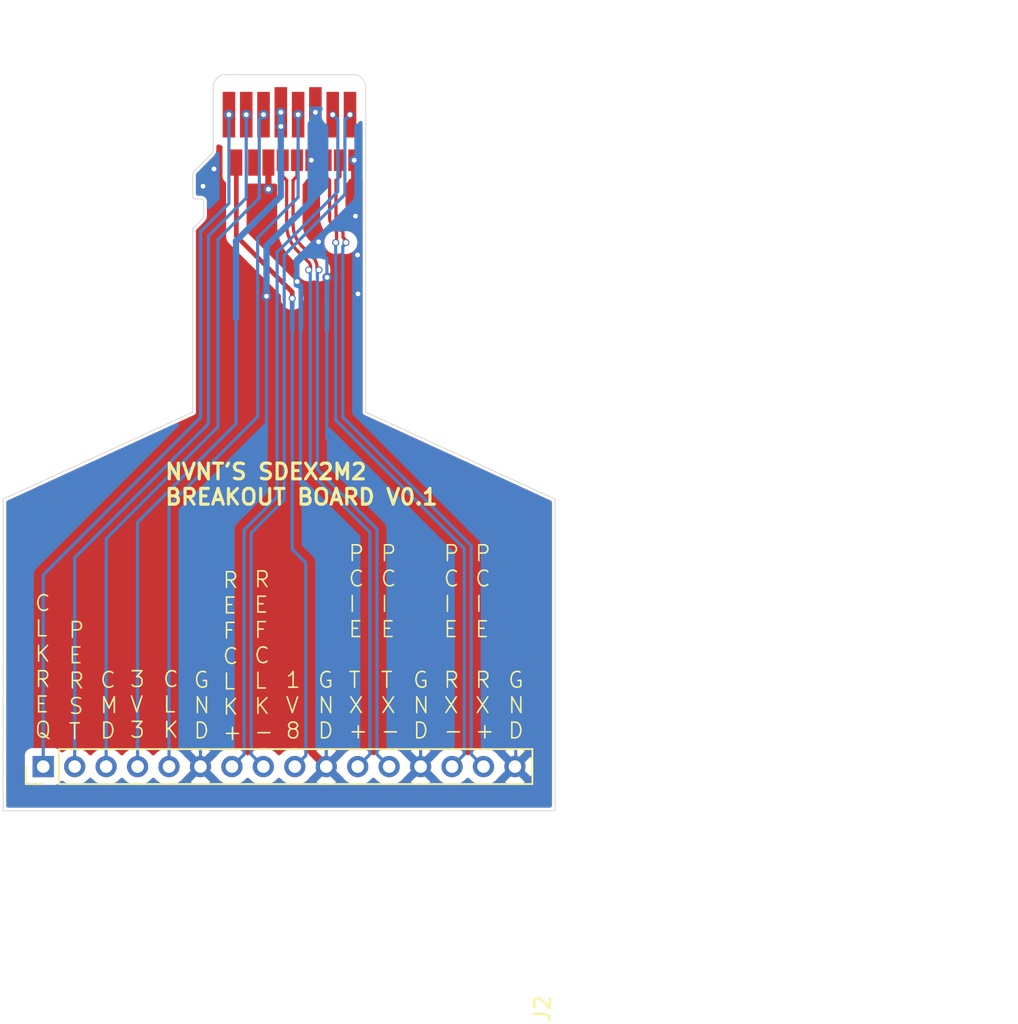
<source format=kicad_pcb>
(kicad_pcb (version 20241229) (generator "pcbnew") (generator_version "9.0")
  (layers (0 "F.Cu" signal) (2 "B.Cu" signal) (13 "F.Paste" user) (15 "B.Paste" user) (5 "F.SilkS" user "F.Silkscreen") (7 "B.SilkS" user "B.Silkscreen") (1 "F.Mask" user) (3 "B.Mask" user) (25 "Edge.Cuts" user))
  (net 0 "")
  (net 2 "/TX+")
  (net 3 "/TX-")
  (net 4 "Net-(J1-3V3)")
  (net 5 "Net-(J1-~{PERST}{slash}DAT3{slash}CD)")
  (net 6 "Net-(J1-~{CLKREQ}{slash}DAT2)")
  (net 7 "Net-(J1-CMD)")
  (net 8 "/RX+")
  (net 9 "Net-(J1-CLK)")
  (net 10 "Net-(J1-1V8)")
  (net 11 "GND")
  (net 12 "/RX-")
  (net 13 "/REFCLK+")
  (net 14 "/REFCLK-")
  (footprint "m1cha:usdex-male-open_bottom" (layer "F.Cu") (at 141.61 77.96)
    (property "Reference" "J1" (hide yes))
    (property "Value" "SDEX2M2 Breakout")
    (fp_line (start -6.15 6.395685) (end -6.15 7.8) (stroke (width 0.05)) (layer "Edge.Cuts"))
    (fp_line (start -6.15 9.8) (end -6.149999 15) (stroke (width 0.05)) (layer "Edge.Cuts"))
    (fp_line (start -6.05 7.9) (end -5.65 7.9) (stroke (width 0.05)) (layer "Edge.Cuts"))
    (fp_line (start -5.567158 9.217158) (end -6.15 9.8) (stroke (width 0.05)) (layer "Edge.Cuts"))
    (fp_line (start -5.45 8.1) (end -5.45 8.934315) (stroke (width 0.05)) (layer "Edge.Cuts"))
    (fp_line (start -4.967158 5.047158) (end -6.032843 6.112843) (stroke (width 0.05)) (layer "Edge.Cuts"))
    (fp_line (start -4.85 4.764315) (end -4.85 0.8) (stroke (width 0.05)) (layer "Edge.Cuts"))
    (fp_line (start -4.05 0) (end 4.05 0) (stroke (width 0.05)) (layer "Edge.Cuts"))
    (fp_line (start 4.85 0.8) (end 4.85 15) (stroke (width 0.05)) (layer "Edge.Cuts"))
    (fp_arc (start -6.15 6.395685) (mid -6.119552 6.242612) (end -6.032843 6.112843) (stroke (width 0.05)) (layer "Edge.Cuts"))
    (fp_arc (start -6.05 7.9) (mid -6.120711 7.870711) (end -6.15 7.8) (stroke (width 0.05)) (layer "Edge.Cuts"))
    (fp_arc (start -5.65 7.9) (mid -5.508579 7.958579) (end -5.45 8.1) (stroke (width 0.05)) (layer "Edge.Cuts"))
    (fp_arc (start -5.45 8.934315) (mid -5.480448 9.087389) (end -5.567158 9.217158) (stroke (width 0.05)) (layer "Edge.Cuts"))
    (fp_arc (start -4.85 0.8) (mid -4.615685 0.234315) (end -4.05 0) (stroke (width 0.05)) (layer "Edge.Cuts"))
    (fp_arc (start -4.85 4.764315) (mid -4.880448 4.917389) (end -4.967158 5.047158) (stroke (width 0.05)) (layer "Edge.Cuts"))
    (fp_arc (start 4.05 0) (mid 4.615685 0.234315) (end 4.85 0.8) (stroke (width 0.05)) (layer "Edge.Cuts"))
    (pad "1" smd rect (at -3.85 2.55) (size 0.8 2.9) (layers "F.Cu" "F.Mask" "F.Paste") (net 6 "Net-(J1-~{CLKREQ}{slash}DAT2)"))
    (pad "2" smd rect (at -2.75 2.55) (size 0.8 2.9) (layers "F.Cu" "F.Mask" "F.Paste") (net 5 "Net-(J1-~{PERST}{slash}DAT3{slash}CD)"))
    (pad "3" smd rect (at -1.65 2.55) (size 0.8 2.9) (layers "F.Cu" "F.Mask" "F.Paste") (net 7 "Net-(J1-CMD)"))
    (pad "4" smd rect (at -0.55 2.4) (size 0.8 3.2) (layers "F.Cu" "F.Mask" "F.Paste") (net 4 "Net-(J1-3V3)"))
    (pad "5" smd rect (at 0.55 2.55) (size 0.8 2.9) (layers "F.Cu" "F.Mask" "F.Paste") (net 9 "Net-(J1-CLK)"))
    (pad "6" smd rect (at 1.65 2.4) (size 0.8 3.2) (layers "F.Cu" "F.Mask" "F.Paste") (net 11 "GND"))
    (pad "7" smd rect (at 2.75 2.55) (size 0.8 2.9) (layers "F.Cu" "F.Mask" "F.Paste") (net 13 "/REFCLK+"))
    (pad "8" smd rect (at 3.85 2.55) (size 0.8 2.9) (layers "F.Cu" "F.Mask" "F.Paste") (net 14 "/REFCLK-"))
    (pad "9" smd rect (at -3.38 5.595) (size 0.76 1.67) (layers "F.Cu" "F.Mask" "F.Paste") (net 10 "Net-(J1-1V8)"))
    (pad "10" smd rect (at -1.34 5.595) (size 0.76 1.67) (layers "F.Cu" "F.Mask" "F.Paste") (net 11 "GND"))
    (pad "11" smd rect (at -0.43 5.445) (size 0.76 1.37) (layers "F.Cu" "F.Mask" "F.Paste") (net 2 "/TX+"))
    (pad "12" smd rect (at 0.48 5.445) (size 0.76 1.37) (layers "F.Cu" "F.Mask" "F.Paste") (net 3 "/TX-"))
    (pad "13" smd rect (at 1.39 5.445) (size 0.76 1.37) (layers "F.Cu" "F.Mask" "F.Paste") (net 11 "GND"))
    (pad "14" smd rect (at 2.3 5.445) (size 0.76 1.37) (layers "F.Cu" "F.Mask" "F.Paste") (net 12 "/RX-"))
    (pad "15" smd rect (at 3.21 5.445) (size 0.76 1.37) (layers "F.Cu" "F.Mask" "F.Paste") (net 8 "/RX+"))
    (pad "16" smd rect (at 4.12 5.445) (size 0.76 1.37) (layers "F.Cu" "F.Mask" "F.Paste") (net 11 "GND"))
    (pad "17" smd rect (at -2.25 5.595) (size 0.76 1.67) (layers "F.Cu" "F.Mask" "F.Paste"))
  )
  (footprint "Connector_PinHeader_2.00mm:PinHeader_1x16_P2.00mm_Vertical" (layer "F.Cu") (at 125.95 121.95 90)
    (property "Reference" "J2" (at -15.4 31.75 90) (layer "F.SilkS"))
    (property "Value" "Conn_02x08_Top_Bottom")
    (fp_line (start -1.11 -1.11) (end 0 -1.11) (stroke (width 0.12)) (layer "F.SilkS"))
    (fp_line (start -1.11 0) (end -1.11 -1.11) (stroke (width 0.12)) (layer "F.SilkS"))
    (fp_line (start 1.11 1) (end 1.11 31.11) (stroke (width 0.12)) (layer "F.SilkS"))
    (fp_line (start -1.11 1) (end 1.11 1) (stroke (width 0.12)) (layer "F.SilkS"))
    (fp_line (start -1.11 1) (end -1.11 31.11) (stroke (width 0.12)) (layer "F.SilkS"))
    (fp_line (start -1.11 31.11) (end 1.11 31.11) (stroke (width 0.12)) (layer "F.SilkS"))
    (pad "1" thru_hole rect (at 0 0 90) (size 1.35 1.35) (drill 0.8) (layers "*.Cu" "*.Mask") (net 6 "Net-(J1-~{CLKREQ}{slash}DAT2)"))
    (pad "2" thru_hole circle (at 0 2 90) (size 1.35 1.35) (drill 0.8) (layers "*.Cu" "*.Mask") (net 5 "Net-(J1-~{PERST}{slash}DAT3{slash}CD)"))
    (pad "3" thru_hole circle (at 0 4 90) (size 1.35 1.35) (drill 0.8) (layers "*.Cu" "*.Mask") (net 7 "Net-(J1-CMD)"))
    (pad "4" thru_hole circle (at 0 6 90) (size 1.35 1.35) (drill 0.8) (layers "*.Cu" "*.Mask") (net 4 "Net-(J1-3V3)"))
    (pad "5" thru_hole circle (at 0 8 90) (size 1.35 1.35) (drill 0.8) (layers "*.Cu" "*.Mask") (net 9 "Net-(J1-CLK)"))
    (pad "6" thru_hole circle (at 0 10 90) (size 1.35 1.35) (drill 0.8) (layers "*.Cu" "*.Mask") (net 11 "GND"))
    (pad "7" thru_hole circle (at 0 12 90) (size 1.35 1.35) (drill 0.8) (layers "*.Cu" "*.Mask") (net 13 "/REFCLK+"))
    (pad "8" thru_hole circle (at 0 14 90) (size 1.35 1.35) (drill 0.8) (layers "*.Cu" "*.Mask") (net 14 "/REFCLK-"))
    (pad "9" thru_hole circle (at 0 16 90) (size 1.35 1.35) (drill 0.8) (layers "*.Cu" "*.Mask") (net 10 "Net-(J1-1V8)"))
    (pad "10" thru_hole circle (at 0 18 90) (size 1.35 1.35) (drill 0.8) (layers "*.Cu" "*.Mask") (net 11 "GND"))
    (pad "11" thru_hole circle (at 0 20 90) (size 1.35 1.35) (drill 0.8) (layers "*.Cu" "*.Mask") (net 2 "/TX+"))
    (pad "12" thru_hole circle (at 0 22 90) (size 1.35 1.35) (drill 0.8) (layers "*.Cu" "*.Mask") (net 3 "/TX-"))
    (pad "13" thru_hole circle (at 0 24 90) (size 1.35 1.35) (drill 0.8) (layers "*.Cu" "*.Mask") (net 11 "GND"))
    (pad "14" thru_hole circle (at 0 26 90) (size 1.35 1.35) (drill 0.8) (layers "*.Cu" "*.Mask") (net 12 "/RX-"))
    (pad "15" thru_hole circle (at 0 28 90) (size 1.35 1.35) (drill 0.8) (layers "*.Cu" "*.Mask") (net 8 "/RX+"))
    (pad "16" thru_hole circle (at 0 30 90) (size 1.35 1.35) (drill 0.8) (layers "*.Cu" "*.Mask") (net 11 "GND"))
  )
  (gr_line (start 146.46 99.415985) (end 146.46 92.96) (stroke (width 0.05)) (layer "Edge.Cuts"))
  (gr_line (start 123.4 124.76) (end 158.5 124.76) (stroke (width 0.05)) (layer "Edge.Cuts"))
  (gr_line (start 158.5 104.95) (end 158.5 124.76) (stroke (width 0.05)) (layer "Edge.Cuts"))
  (gr_line (start 123.402514 104.95) (end 135.46 99.415985) (stroke (width 0.05)) (layer "Edge.Cuts"))
  (gr_line (start 146.46 99.415985) (end 158.5 104.95) (stroke (width 0.05)) (layer "Edge.Cuts"))
  (gr_line (start 123.402514 104.95) (end 123.4 124.76) (stroke (width 0.05)) (layer "Edge.Cuts"))
  (gr_line (start 135.46 92.96) (end 135.46 99.415985) (stroke (width 0.05)) (layer "Edge.Cuts"))
  (gr_text "G\nN\nD" (at 143.35 120.25 0) (layer "F.SilkS") (effects (font (size 1 1) (thickness 0.1)) (justify left bottom)))
  (gr_text "C\nL\nK" (at 133.5 120.2 0) (layer "F.SilkS") (effects (font (size 1 1) (thickness 0.1)) (justify left bottom)))
  (gr_text "P\nC\nI\nE\n\nR\nX\n-" (at 151.35 120.25 0) (layer "F.SilkS") (effects (font (size 1 1) (thickness 0.1)) (justify left bottom)))
  (gr_text "R\nE\nF\nC\nL\nK\n+" (at 137.3 120.35 0) (layer "F.SilkS") (effects (font (size 1 1) (thickness 0.1)) (justify left bottom)))
  (gr_text "P\nC\nI\nE\n\nR\nX\n+" (at 153.35 120.25 0) (layer "F.SilkS") (effects (font (size 1 1) (thickness 0.1)) (justify left bottom)))
  (gr_text "C\nM\nD" (at 129.5 120.25 0) (layer "F.SilkS") (effects (font (size 1 1) (thickness 0.1)) (justify left bottom)))
  (gr_text "C\nL\nK\nR\nE\nQ" (at 125.35 120.2 0) (layer "F.SilkS") (effects (font (size 1 1) (thickness 0.1)) (justify left bottom)))
  (gr_text "1\nV\n8" (at 141.3 120.25 0) (layer "F.SilkS") (effects (font (size 1 1) (thickness 0.1)) (justify left bottom)))
  (gr_text "P\nC\nI\nE\n\nT\nX\n+" (at 145.3 120.25 0) (layer "F.SilkS") (effects (font (size 1 1) (thickness 0.1)) (justify left bottom)))
  (gr_text "3\nV\n3" (at 131.4 120.2 0) (layer "F.SilkS") (effects (font (size 1 1) (thickness 0.1)) (justify left bottom)))
  (gr_text "G\nN\nD" (at 149.4 120.25 0) (layer "F.SilkS") (effects (font (size 1 1) (thickness 0.1)) (justify left bottom)))
  (gr_text "P\nE\nR\nS\nT" (at 127.5 120.3 0) (layer "F.SilkS") (effects (font (size 1 1) (thickness 0.1)) (justify left bottom)))
  (gr_text "R\nE\nF\nC\nL\nK\n-" (at 139.3 120.3 0) (layer "F.SilkS") (effects (font (size 1 1) (thickness 0.1)) (justify left bottom)))
  (gr_text "G\nN\nD" (at 155.45 120.25 0) (layer "F.SilkS") (effects (font (size 1 1) (thickness 0.1)) (justify left bottom)))
  (gr_text "P\nC\nI\nE\n\nT\nX\n-" (at 147.35 120.25 0) (layer "F.SilkS") (effects (font (size 1 1) (thickness 0.1)) (justify left bottom)))
  (gr_text "G\nN\nD" (at 135.45 120.25 0) (layer "F.SilkS") (effects (font (size 1 1) (thickness 0.1)) (justify left bottom)))
  (gr_text "NVNT'S SDEX2M2 \nBREAKOUT BOARD V0.1" (at 133.6 105.4 0) (layer "F.SilkS") (effects (font (size 1 1) (thickness 0.2) (bold yes)) (justify left bottom)))
  (segment (start 142.809336 89.858142) (end 142.136197 89.185003) (width 0.205232) (layer "F.Cu") (net 2))
  (segment (start 141.18 84.432501) (end 141.18 83.405) (width 0.205232) (layer "F.Cu") (net 2))
  (segment (start 142.955783 90.257617) (end 142.955783 90.211696) (width 0.205232) (layer "F.Cu") (net 2))
  (segment (start 141.430784 84.683285) (end 141.18 84.432501) (width 0.205232) (layer "F.Cu") (net 2))
  (segment (start 142.8334 90.38) (end 142.955783 90.257617) (width 0.205232) (layer "F.Cu") (net 2))
  (segment (start 141.430784 87.481985) (end 141.430784 84.683285) (width 0.205232) (layer "F.Cu") (net 2))
  (via (at 142.8334 90.38) (size 0.45) (drill 0.3) (layers "F.Cu" "B.Cu") (net 2))
  (arc (start 142.955783 90.211696) (mid 142.917723 90.020354) (end 142.809336 89.858142) (width 0.205232) (layer "F.Cu") (net 2))
  (arc (start 141.430784 87.481985) (mid 141.614115 88.403652) (end 142.136197 89.185003) (width 0.205232) (layer "F.Cu") (net 2))
  (segment (start 142.932384 103.250582) (end 146.724999 107.043197) (width 0.2) (layer "B.Cu") (net 2))
  (segment (start 146.724999 121.175001) (end 145.95 121.95) (width 0.2) (layer "B.Cu") (net 2))
  (segment (start 142.932384 90.478984) (end 142.932384 103.250582) (width 0.2) (layer "B.Cu") (net 2))
  (segment (start 146.724999 107.043197) (end 146.724999 121.175001) (width 0.2) (layer "B.Cu") (net 2))
  (segment (start 142.8334 90.38) (end 142.932384 90.478984) (width 0.2) (layer "B.Cu") (net 2))
  (segment (start 143.4866 90.38) (end 143.364217 90.257617) (width 0.205232) (layer "F.Cu") (net 3))
  (segment (start 143.364217 90.257617) (end 143.364217 90.211696) (width 0.205232) (layer "F.Cu") (net 3))
  (segment (start 142.09 84.432501) (end 142.09 83.405) (width 0.205232) (layer "F.Cu") (net 3))
  (segment (start 141.839216 87.481983) (end 141.839216 84.683285) (width 0.205232) (layer "F.Cu") (net 3))
  (segment (start 143.098143 89.569337) (end 142.425002 88.896196) (width 0.205232) (layer "F.Cu") (net 3))
  (segment (start 141.839216 84.683285) (end 142.09 84.432501) (width 0.205232) (layer "F.Cu") (net 3))
  (via (at 143.4866 90.38) (size 0.45) (drill 0.3) (layers "F.Cu" "B.Cu") (net 3))
  (arc (start 142.425002 88.896196) (mid 141.991457 88.24735) (end 141.839216 87.481983) (width 0.205232) (layer "F.Cu") (net 3))
  (arc (start 143.098143 89.569337) (mid 143.295067 89.864054) (end 143.364217 90.211696) (width 0.205232) (layer "F.Cu") (net 3))
  (segment (start 147.175001 106.856803) (end 147.175001 121.175001) (width 0.2) (layer "B.Cu") (net 3))
  (segment (start 143.387616 90.478984) (end 143.387616 103.069418) (width 0.2) (layer "B.Cu") (net 3))
  (segment (start 143.387616 103.069418) (end 147.175001 106.856803) (width 0.2) (layer "B.Cu") (net 3))
  (segment (start 147.175001 121.175001) (end 147.95 121.95) (width 0.2) (layer "B.Cu") (net 3))
  (segment (start 143.4866 90.38) (end 143.387616 90.478984) (width 0.2) (layer "B.Cu") (net 3))
  (via (at 141.06 81.26) (size 0.6) (drill 0.3) (layers "F.Cu" "B.Cu") (net 4))
  (via (at 141.06 80.36) (size 0.6) (drill 0.3) (layers "F.Cu" "B.Cu") (net 4))
  (segment (start 138.21 88.54) (end 138.21 93.44) (width 0.4) (layer "B.Cu") (net 4))
  (segment (start 141.06 85.69) (end 138.21 88.54) (width 0.4) (layer "B.Cu") (net 4))
  (segment (start 141.06 80.36) (end 141.06 85.69) (width 0.4) (layer "B.Cu") (net 4))
  (segment (start 138.21 93.44) (end 138.21 100.16) (width 0.2) (layer "B.Cu") (net 4))
  (segment (start 131.95 106.42) (end 131.95 121.95) (width 0.2) (layer "B.Cu") (net 4))
  (segment (start 138.21 100.16) (end 131.95 106.42) (width 0.2) (layer "B.Cu") (net 4))
  (via (at 138.86 80.51) (size 0.6) (drill 0.3) (layers "F.Cu" "B.Cu") (net 5))
  (segment (start 136.46 100.16) (end 127.95 108.67) (width 0.2) (layer "B.Cu") (net 5))
  (segment (start 127.95 108.67) (end 127.95 121.95) (width 0.2) (layer "B.Cu") (net 5))
  (segment (start 136.46 88.21) (end 136.46 100.16) (width 0.2) (layer "B.Cu") (net 5))
  (segment (start 138.86 80.51) (end 138.86 85.81) (width 0.2) (layer "B.Cu") (net 5))
  (segment (start 138.86 85.81) (end 136.46 88.21) (width 0.2) (layer "B.Cu") (net 5))
  (via (at 137.76 80.51) (size 0.6) (drill 0.3) (layers "F.Cu" "B.Cu") (net 6))
  (segment (start 135.96 87.95) (end 135.96 99.76) (width 0.2) (layer "B.Cu") (net 6))
  (segment (start 125.95 109.77) (end 125.95 121.95) (width 0.2) (layer "B.Cu") (net 6))
  (segment (start 137.76 80.51) (end 137.76 86.15) (width 0.2) (layer "B.Cu") (net 6))
  (segment (start 135.96 99.76) (end 125.95 109.77) (width 0.2) (layer "B.Cu") (net 6))
  (segment (start 137.76 86.15) (end 135.96 87.95) (width 0.2) (layer "B.Cu") (net 6))
  (via (at 139.96 80.51) (size 0.6) (drill 0.3) (layers "F.Cu" "B.Cu") (net 7))
  (segment (start 129.96 107.46) (end 137.06 100.36) (width 0.2) (layer "B.Cu") (net 7))
  (segment (start 139.69 80.78) (end 139.96 80.51) (width 0.2) (layer "B.Cu") (net 7))
  (segment (start 137.06 100.36) (end 137.06 88.44) (width 0.2) (layer "B.Cu") (net 7))
  (segment (start 129.96 108.84) (end 129.96 107.46) (width 0.2) (layer "B.Cu") (net 7))
  (segment (start 139.69 85.81) (end 139.69 80.78) (width 0.2) (layer "B.Cu") (net 7))
  (segment (start 129.95 108.85) (end 129.96 108.84) (width 0.2) (layer "B.Cu") (net 7))
  (segment (start 129.95 121.95) (end 129.95 108.85) (width 0.2) (layer "B.Cu") (net 7))
  (segment (start 137.06 88.44) (end 139.69 85.81) (width 0.2) (layer "B.Cu") (net 7))
  (segment (start 145.1366 88.64) (end 145.12 88.6234) (width 0.205232) (layer "F.Cu") (net 8))
  (segment (start 144.569216 84.683285) (end 144.82 84.432501) (width 0.205232) (layer "F.Cu") (net 8))
  (segment (start 145.12 88.41) (end 145.014217 88.304217) (width 0.205232) (layer "F.Cu") (net 8))
  (segment (start 145.014217 88.304217) (end 145.014217 88.071696) (width 0.205232) (layer "F.Cu") (net 8))
  (segment (start 144.748143 87.429337) (end 144.715662 87.396856) (width 0.205232) (layer "F.Cu") (net 8))
  (segment (start 144.82 84.432501) (end 144.82 83.405) (width 0.205232) (layer "F.Cu") (net 8))
  (segment (start 145.12 88.6234) (end 145.12 88.41) (width 0.205232) (layer "F.Cu") (net 8))
  (segment (start 144.569216 87.043303) (end 144.569216 84.683285) (width 0.205232) (layer "F.Cu") (net 8))
  (via (at 145.2032 88.64) (size 0.45) (drill 0.3) (layers "F.Cu" "B.Cu") (net 8))
  (arc (start 145.014217 88.071696) (mid 144.945067 87.724054) (end 144.748143 87.429337) (width 0.205232) (layer "F.Cu") (net 8))
  (arc (start 144.715662 87.396856) (mid 144.607276 87.234644) (end 144.569216 87.043303) (width 0.205232) (layer "F.Cu") (net 8))
  (segment (start 145.000001 99.731803) (end 153.175001 107.906803) (width 0.2) (layer "B.Cu") (net 8))
  (segment (start 145.2032 88.64) (end 145.051 88.7922) (width 0.2) (layer "B.Cu") (net 8))
  (segment (start 145.051 88.847521) (end 145.000001 88.89852) (width 0.2) (layer "B.Cu") (net 8))
  (segment (start 153.175001 107.906803) (end 153.175001 121.175001) (width 0.2) (layer "B.Cu") (net 8))
  (segment (start 145.000001 88.89852) (end 145.000001 99.731803) (width 0.2) (layer "B.Cu") (net 8))
  (segment (start 145.051 88.7922) (end 145.051 88.847521) (width 0.2) (layer "B.Cu") (net 8))
  (segment (start 153.175001 121.175001) (end 153.95 121.95) (width 0.2) (layer "B.Cu") (net 8))
  (via (at 142.16 80.51) (size 0.6) (drill 0.3) (layers "F.Cu" "B.Cu") (net 9))
  (segment (start 133.95 105.35) (end 133.95 121.95) (width 0.2) (layer "B.Cu") (net 9))
  (segment (start 142.16 85.76) (end 139.585 88.335) (width 0.2) (layer "B.Cu") (net 9))
  (segment (start 139.585 99.715) (end 138.4 100.9) (width 0.2) (layer "B.Cu") (net 9))
  (segment (start 138.4 100.9) (end 133.95 105.35) (width 0.2) (layer "B.Cu") (net 9))
  (segment (start 139.585 88.335) (end 139.585 99.715) (width 0.2) (layer "B.Cu") (net 9))
  (segment (start 142.16 80.51) (end 142.16 85.76) (width 0.2) (layer "B.Cu") (net 9))
  (segment (start 141.785 91.785) (end 138.23 88.23) (width 0.3) (layer "F.Cu") (net 10))
  (segment (start 138.23 88.23) (end 138.23 83.555) (width 0.3) (layer "F.Cu") (net 10))
  (segment (start 141.785 92.19) (end 141.785 91.785) (width 0.3) (layer "F.Cu") (net 10))
  (via (at 141.785 92.19) (size 0.45) (drill 0.3) (layers "F.Cu" "B.Cu") (net 10))
  (segment (start 142.65 109) (end 141.785 108.135) (width 0.2) (layer "B.Cu") (net 10))
  (segment (start 142.65 121.25) (end 142.65 109) (width 0.2) (layer "B.Cu") (net 10))
  (segment (start 141.785 108.135) (end 141.785 94.185) (width 0.2) (layer "B.Cu") (net 10))
  (segment (start 141.785 92.19) (end 141.785 94.185) (width 0.3) (layer "B.Cu") (net 10))
  (segment (start 141.95 121.95) (end 142.65 121.25) (width 0.2) (layer "B.Cu") (net 10))
  (segment (start 140.27 85.25) (end 140.27 85.52) (width 0.4) (layer "F.Cu") (net 11))
  (segment (start 140.27 83.555) (end 140.27 85.25) (width 0.4) (layer "F.Cu") (net 11))
  (segment (start 143 83.4025) (end 143 85.3375) (width 0.4) (layer "F.Cu") (net 11))
  (segment (start 145.73 83.405) (end 145.73 84.91) (width 0.4) (layer "F.Cu") (net 11))
  (via (at 140.27 85.25) (size 0.6) (drill 0.3) (layers "F.Cu" "B.Cu") (net 11))
  (via (at 136.81 83.96) (size 0.6) (drill 0.3) (layers "F.Cu" "B.Cu") (net 11))
  (via (at 142.1 91.12) (size 0.45) (drill 0.3) (layers "F.Cu" "B.Cu") (net 11))
  (via (at 145.94 89.43) (size 0.45) (drill 0.3) (layers "F.Cu" "B.Cu") (net 11))
  (via (at 143.46 88.59) (size 0.45) (drill 0.3) (layers "F.Cu" "B.Cu") (net 11))
  (via (at 136.11 85.06) (size 0.6) (drill 0.3) (layers "F.Cu" "B.Cu") (net 11))
  (via (at 145.81 86.96) (size 0.45) (drill 0.3) (layers "F.Cu" "B.Cu") (net 11))
  (via (at 143 83.405) (size 0.6) (drill 0.3) (layers "F.Cu" "B.Cu") (net 11))
  (via (at 144.002007 90.853667) (size 0.6) (drill 0.3) (layers "F.Cu" "B.Cu") (net 11))
  (via (at 143.26 80.36) (size 0.6) (drill 0.3) (layers "F.Cu" "B.Cu") (net 11))
  (via (at 145.73 83.405) (size 0.6) (drill 0.3) (layers "F.Cu" "B.Cu") (net 11))
  (via (at 145.97 91.9) (size 0.45) (drill 0.3) (layers "F.Cu" "B.Cu") (net 11))
  (via (at 140.15 92.05) (size 0.6) (drill 0.3) (layers "F.Cu" "B.Cu") (net 11))
  (segment (start 143.37 88.59) (end 143.46 88.59) (width 0.2) (layer "B.Cu") (net 11))
  (segment (start 144.002007 90.853667) (end 143.99 90.84166) (width 0.2) (layer "B.Cu") (net 11))
  (segment (start 155.95 121.95) (end 156 121.9) (width 0.2) (layer "B.Cu") (net 11))
  (segment (start 143.985 94.185) (end 143.985 101.085) (width 0.2) (layer "B.Cu") (net 11))
  (segment (start 143 86.01) (end 140.15 88.86) (width 0.4) (layer "B.Cu") (net 11))
  (segment (start 143.99 90.865674) (end 143.99 92.28) (width 0.3) (layer "B.Cu") (net 11))
  (segment (start 142.335 94.185) (end 142.335 91.355) (width 0.3) (layer "B.Cu") (net 11))
  (segment (start 143.99 89.68) (end 143.46 89.15) (width 0.2) (layer "B.Cu") (net 11))
  (segment (start 140.15 88.86) (end 140.15 92.05) (width 0.4) (layer "B.Cu") (net 11))
  (segment (start 144.002007 90.853667) (end 143.99 90.865674) (width 0.3) (layer "B.Cu") (net 11))
  (segment (start 143.26 80.36) (end 143.26 81.74) (width 0.4) (layer "B.Cu") (net 11))
  (segment (start 145.71 99.51) (end 145.71 92.1) (width 0.2) (layer "B.Cu") (net 11))
  (segment (start 142.31 103.91) (end 142.31 94.21) (width 0.2) (layer "B.Cu") (net 11))
  (segment (start 143.95 121.95) (end 143.95 105.55) (width 0.2) (layer "B.Cu") (net 11))
  (segment (start 143.46 89.15) (end 143.46 88.59) (width 0.2) (layer "B.Cu") (net 11))
  (segment (start 143.985 92.285) (end 143.985 94.185) (width 0.3) (layer "B.Cu") (net 11))
  (segment (start 143.99 92.28) (end 143.985 92.285) (width 0.3) (layer "B.Cu") (net 11))
  (segment (start 143.33 88.63) (end 143.37 88.59) (width 0.2) (layer "B.Cu") (net 11))
  (segment (start 135.95 121.95) (end 135.95 105.5) (width 0.2) (layer "B.Cu") (net 11))
  (segment (start 142.335 91.355) (end 142.1 91.12) (width 0.3) (layer "B.Cu") (net 11))
  (segment (start 143 82) (end 143 83.405) (width 0.4) (layer "B.Cu") (net 11))
  (segment (start 143.95 105.55) (end 142.31 103.91) (width 0.2) (layer "B.Cu") (net 11))
  (segment (start 149.95 107.05) (end 149.95 121.95) (width 0.2) (layer "B.Cu") (net 11))
  (segment (start 143.99 90.84166) (end 143.99 89.68) (width 0.2) (layer "B.Cu") (net 11))
  (segment (start 142.31 94.21) (end 142.335 94.185) (width 0.2) (layer "B.Cu") (net 11))
  (segment (start 140.135 92.065) (end 140.15 92.05) (width 0.3) (layer "B.Cu") (net 11))
  (segment (start 156 109.8) (end 145.71 99.51) (width 0.2) (layer "B.Cu") (net 11))
  (segment (start 142.1 91.12) (end 142.1 89.95) (width 0.3) (layer "B.Cu") (net 11))
  (segment (start 135.95 105.5) (end 140.15 101.3) (width 0.2) (layer "B.Cu") (net 11))
  (segment (start 143.985 101.085) (end 149.8 106.9) (width 0.2) (layer "B.Cu") (net 11))
  (segment (start 149.8 106.9) (end 149.95 107.05) (width 0.2) (layer "B.Cu") (net 11))
  (segment (start 156 121.9) (end 156 109.8) (width 0.2) (layer "B.Cu") (net 11))
  (segment (start 145.91 91.9) (end 145.97 91.9) (width 0.2) (layer "B.Cu") (net 11))
  (segment (start 142.1 89.95) (end 143.46 88.59) (width 0.3) (layer "B.Cu") (net 11))
  (segment (start 143.26 81.74) (end 143 82) (width 0.4) (layer "B.Cu") (net 11))
  (segment (start 143 83.405) (end 143 86.01) (width 0.4) (layer "B.Cu") (net 11))
  (segment (start 140.15 101.3) (end 140.15 92.05) (width 0.2) (layer "B.Cu") (net 11))
  (segment (start 143.91 84.432501) (end 143.91 83.405) (width 0.205232) (layer "F.Cu") (net 12))
  (segment (start 144.605783 88.517617) (end 144.605783 88.071696) (width 0.205232) (layer "F.Cu") (net 12))
  (segment (start 144.160784 84.683285) (end 143.91 84.432501) (width 0.205232) (layer "F.Cu") (net 12))
  (segment (start 144.459336 87.718142) (end 144.426857 87.685663) (width 0.205232) (layer "F.Cu") (net 12))
  (segment (start 144.4834 88.64) (end 144.605783 88.517617) (width 0.205232) (layer "F.Cu") (net 12))
  (segment (start 144.160784 87.043305) (end 144.160784 84.683285) (width 0.205232) (layer "F.Cu") (net 12))
  (via (at 144.55 88.64) (size 0.45) (drill 0.3) (layers "F.Cu" "B.Cu") (net 12))
  (arc (start 144.605783 88.071696) (mid 144.567723 87.880354) (end 144.459336 87.718142) (width 0.205232) (layer "F.Cu") (net 12))
  (arc (start 144.426857 87.685663) (mid 144.229934 87.390947) (end 144.160784 87.043305) (width 0.205232) (layer "F.Cu") (net 12))
  (segment (start 144.553007 90.625435) (end 144.553007 91.081899) (width 0.2) (layer "B.Cu") (net 12))
  (segment (start 144.55 90.622428) (end 144.553007 90.625435) (width 0.2) (layer "B.Cu") (net 12))
  (segment (start 144.553007 91.081899) (end 144.55 91.084906) (width 0.2) (layer "B.Cu") (net 12))
  (segment (start 144.55 91.084906) (end 144.55 99.918198) (width 0.2) (layer "B.Cu") (net 12))
  (segment (start 152.724999 108.093197) (end 152.724999 121.175001) (width 0.2) (layer "B.Cu") (net 12))
  (segment (start 144.55 99.918198) (end 152.724999 108.093197) (width 0.2) (layer "B.Cu") (net 12))
  (segment (start 152.724999 121.175001) (end 151.95 121.95) (width 0.2) (layer "B.Cu") (net 12))
  (segment (start 144.55 88.64) (end 144.55 90.622428) (width 0.2) (layer "B.Cu") (net 12))
  (via (at 144.36 80.51) (size 0.45) (drill 0.3) (layers "F.Cu" "B.Cu") (net 13))
  (segment (start 144.684999 80.834999) (end 144.36 80.51) (width 0.2) (layer "B.Cu") (net 13))
  (segment (start 144.684999 85.396803) (end 144.684999 80.834999) (width 0.2) (layer "B.Cu") (net 13))
  (segment (start 140.825 104.806802) (end 140.825 89.256802) (width 0.2) (layer "B.Cu") (net 13))
  (segment (start 140.825 89.256802) (end 144.684999 85.396803) (width 0.2) (layer "B.Cu") (net 13))
  (segment (start 137.95 121.95) (end 138.724999 121.175001) (width 0.2) (layer "B.Cu") (net 13))
  (segment (start 138.724999 106.906803) (end 140.825 104.806802) (width 0.2) (layer "B.Cu") (net 13))
  (segment (start 138.724999 121.175001) (end 138.724999 106.906803) (width 0.2) (layer "B.Cu") (net 13))
  (via (at 145.46 80.51) (size 0.45) (drill 0.3) (layers "F.Cu" "B.Cu") (net 14))
  (segment (start 139.175001 107.093197) (end 141.275 104.993198) (width 0.2) (layer "B.Cu") (net 14))
  (segment (start 145.135001 80.834999) (end 145.46 80.51) (width 0.2) (layer "B.Cu") (net 14))
  (segment (start 145.135001 85.583197) (end 145.135001 80.834999) (width 0.2) (layer "B.Cu") (net 14))
  (segment (start 139.175001 121.175001) (end 139.175001 107.093197) (width 0.2) (layer "B.Cu") (net 14))
  (segment (start 139.95 121.95) (end 139.175001 121.175001) (width 0.2) (layer "B.Cu") (net 14))
  (segment (start 141.275 104.993198) (end 141.275 89.443198) (width 0.2) (layer "B.Cu") (net 14))
  (segment (start 141.275 89.443198) (end 145.135001 85.583197) (width 0.2) (layer "B.Cu") (net 14))
  (zone (net 11) (net_name "GND") (layer "F.Cu") (connect_pads (clearance 0.5)) (min_thickness 0.25) (fill yes (thermal_gap 0.5) (thermal_bridge_width 0.5))
    (polygon (pts (xy 146.61 80) (xy 146.7 99.25) (xy 158.75 104.85) (xy 158.7 125.05) (xy 123.3 124.95) (xy 123.2 104.7) (xy 135.1 99.3) (xy 135.11 80)))
  )
  (zone (net 11) (net_name "GND") (layer "B.Cu") (priority 1) (connect_pads (clearance 0.5)) (min_thickness 0.25) (fill yes (thermal_gap 0.5) (thermal_bridge_width 0.5))
    (polygon (pts (xy 146.61 80) (xy 146.7 99.25) (xy 158.75 104.85) (xy 158.7 125.05) (xy 123.3 124.95) (xy 123.2 104.7) (xy 135.1 99.3) (xy 135.11 80)))
  )
)
</source>
